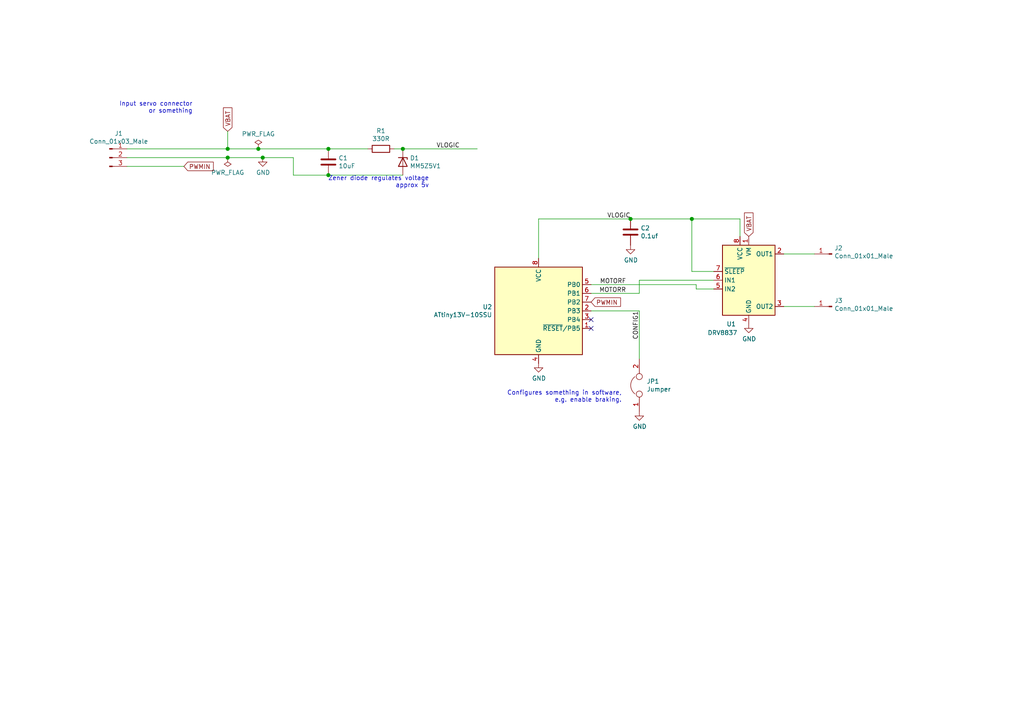
<source format=kicad_sch>
(kicad_sch (version 20200828) (generator eeschema)
  (page 1 1)
  (paper "A4")
  (lib_symbols
    (symbol "Connector:Conn_01x01_Male" (pin_names hide)
      (property "Reference" "J" (at 0 2.54 0))
      (property "Value" "Conn_01x01_Male" (at 0 -2.54 0))
      (symbol "Conn_01x01_Male_1_1"
        (rectangle (start 0.8636 0.127) (end 0 -0.127) (fill (type outline)))
        (polyline (pts (xy 1.27 0) (xy 0.8636 0)))
        (pin passive line (at 5.08 0 180) (length 3.81) (name "Pin_1") (number "1"))
      )
    )
    (symbol "Connector:Conn_01x03_Male" (pin_names (offset 1.016) hide)
      (property "Reference" "J" (at 0 5.08 0))
      (property "Value" "Conn_01x03_Male" (at 0 -5.08 0))
      (symbol "Conn_01x03_Male_1_1"
        (rectangle (start 0.8636 -2.413) (end 0 -2.667) (stroke (width 0.1524)) (fill (type outline)))
        (rectangle (start 0.8636 0.127) (end 0 -0.127) (stroke (width 0.1524)) (fill (type outline)))
        (rectangle (start 0.8636 2.667) (end 0 2.413) (stroke (width 0.1524)) (fill (type outline)))
        (polyline (pts (xy 1.27 -2.54) (xy 0.8636 -2.54)) (stroke (width 0.1524)))
        (polyline (pts (xy 1.27 0) (xy 0.8636 0)) (stroke (width 0.1524)))
        (polyline (pts (xy 1.27 2.54) (xy 0.8636 2.54)) (stroke (width 0.1524)))
        (pin passive line (at 5.08 2.54 180) (length 3.81) (name "Pin_1") (number "1"))
        (pin passive line (at 5.08 0 180) (length 3.81) (name "Pin_2") (number "2"))
        (pin passive line (at 5.08 -2.54 180) (length 3.81) (name "Pin_3") (number "3"))
      )
    )
    (symbol "Device:C" (pin_numbers hide) (pin_names (offset 0.254))
      (property "Reference" "C" (at 0.635 2.54 0))
      (property "Value" "C" (at 0.635 -2.54 0))
      (symbol "C_0_1"
        (polyline (pts (xy -2.032 -0.762) (xy 2.032 -0.762)) (stroke (width 0.508)))
        (polyline (pts (xy -2.032 0.762) (xy 2.032 0.762)) (stroke (width 0.508)))
      )
      (symbol "C_1_1"
        (pin passive line (at 0 3.81 270) (length 2.794) (name "~") (number "1"))
        (pin passive line (at 0 -3.81 90) (length 2.794) (name "~") (number "2"))
      )
    )
    (symbol "Device:C_1" (pin_numbers hide) (pin_names (offset 0.254))
      (property "Reference" "C" (at 0.635 2.54 0))
      (property "Value" "C" (at 0.635 -2.54 0))
      (symbol "C_1_0_1"
        (polyline (pts (xy -2.032 -0.762) (xy 2.032 -0.762)) (stroke (width 0.508)))
        (polyline (pts (xy -2.032 0.762) (xy 2.032 0.762)) (stroke (width 0.508)))
      )
      (symbol "C_1_1_1"
        (pin passive line (at 0 3.81 270) (length 2.794) (name "~") (number "1"))
        (pin passive line (at 0 -3.81 90) (length 2.794) (name "~") (number "2"))
      )
    )
    (symbol "Device:D_Zener" (pin_numbers hide) (pin_names (offset 1.016) hide)
      (property "Reference" "D" (at 0 2.54 0))
      (property "Value" "D_Zener" (at 0 -2.54 0))
      (symbol "D_Zener_0_1"
        (polyline (pts (xy 1.27 0) (xy -1.27 0)))
        (polyline (pts (xy -1.27 -1.27) (xy -1.27 1.27) (xy -0.762 1.27)) (stroke (width 0.254)))
        (polyline (pts (xy 1.27 -1.27) (xy 1.27 1.27) (xy -1.27 0) (xy 1.27 -1.27)) (stroke (width 0.254)))
      )
      (symbol "D_Zener_1_1"
        (pin passive line (at -3.81 0 0) (length 2.54) (name "K") (number "1"))
        (pin passive line (at 3.81 0 180) (length 2.54) (name "A") (number "2"))
      )
    )
    (symbol "Device:Jumper" (pin_names (offset 0.762) hide)
      (property "Reference" "JP" (at 0 3.81 0))
      (property "Value" "Jumper" (at 0 -2.032 0))
      (symbol "Jumper_0_1"
        (arc (start -2.4892 1.27) (end 2.5146 1.27) (radius (at 0 -0.6604) (length 3.175) (angles 142.6 37.3)))
        (circle (center -2.54 0) (radius 0.889))
        (circle (center 2.54 0) (radius 0.889))
        (pin passive line (at -7.62 0 0) (length 4.191) (name "1") (number "1"))
        (pin passive line (at 7.62 0 180) (length 4.191) (name "2") (number "2"))
      )
    )
    (symbol "Device:R" (pin_numbers hide) (pin_names (offset 0))
      (property "Reference" "R" (at 2.032 0 90))
      (property "Value" "R" (at 0 0 90))
      (symbol "R_0_1"
        (rectangle (start -1.016 -2.54) (end 1.016 2.54) (stroke (width 0.254)))
      )
      (symbol "R_1_1"
        (pin passive line (at 0 3.81 270) (length 1.27) (name "~") (number "1"))
        (pin passive line (at 0 -3.81 90) (length 1.27) (name "~") (number "2"))
      )
    )
    (symbol "Driver_Motor:DRV8837"
      (property "Reference" "U" (at 6.35 11.43 0))
      (property "Value" "DRV8837" (at -10.16 11.43 0))
      (symbol "DRV8837_0_1"
        (rectangle (start -7.62 10.16) (end 7.62 -10.16) (stroke (width 0.254)) (fill (type background)))
      )
      (symbol "DRV8837_1_1"
        (pin power_in line (at 0 12.7 270) (length 2.54) (name "VM") (number "1"))
        (pin output line (at 10.16 7.62 180) (length 2.54) (name "OUT1") (number "2"))
        (pin output line (at 10.16 -7.62 180) (length 2.54) (name "OUT2") (number "3"))
        (pin power_in line (at 0 -12.7 90) (length 2.54) (name "GND") (number "4"))
        (pin input line (at -10.16 -2.54 0) (length 2.54) (name "IN2") (number "5"))
        (pin input line (at -10.16 0 0) (length 2.54) (name "IN1") (number "6"))
        (pin input line (at -10.16 2.54 0) (length 2.54) (name "~SLEEP") (number "7"))
        (pin power_in line (at -2.54 12.7 270) (length 2.54) (name "VCC") (number "8"))
        (pin passive line (at 0 -12.7 90) (length 2.54) hide (name "GND") (number "9"))
      )
    )
    (symbol "MCU_Microchip_ATtiny:ATtiny13V-10SSU"
      (property "Reference" "U" (at -12.7 13.97 0))
      (property "Value" "ATtiny13V-10SSU" (at 2.54 -13.97 0))
      (symbol "ATtiny13V-10SSU_0_1"
        (rectangle (start -12.7 -12.7) (end 12.7 12.7) (stroke (width 0.254)) (fill (type background)))
      )
      (symbol "ATtiny13V-10SSU_1_1"
        (pin bidirectional line (at 15.24 -5.08 180) (length 2.54) (name "~RESET~/PB5") (number "1"))
        (pin bidirectional line (at 15.24 0 180) (length 2.54) (name "PB3") (number "2"))
        (pin bidirectional line (at 15.24 -2.54 180) (length 2.54) (name "PB4") (number "3"))
        (pin power_in line (at 0 -15.24 90) (length 2.54) (name "GND") (number "4"))
        (pin bidirectional line (at 15.24 7.62 180) (length 2.54) (name "PB0") (number "5"))
        (pin bidirectional line (at 15.24 5.08 180) (length 2.54) (name "PB1") (number "6"))
        (pin bidirectional line (at 15.24 2.54 180) (length 2.54) (name "PB2") (number "7"))
        (pin power_in line (at 0 15.24 270) (length 2.54) (name "VCC") (number "8"))
      )
    )
    (symbol "power:GND" (power) (pin_names (offset 0))
      (property "Value" "GND" (at 0 -3.81 0))
      (symbol "GND_0_1"
        (polyline (pts (xy 0 0) (xy 0 -1.27) (xy 1.27 -1.27) (xy 0 -2.54) (xy -1.27 -1.27) (xy 0 -1.27)))
      )
      (symbol "GND_1_1"
        (pin power_in line (at 0 0 270) (length 0) hide (name "GND") (number "1"))
      )
    )
    (symbol "power:PWR_FLAG" (power) (pin_numbers hide) (pin_names (offset 0) hide)
      (property "Value" "PWR_FLAG" (at 0 3.81 0))
      (symbol "PWR_FLAG_0_1"
        (polyline (pts (xy 0 0) (xy 0 1.27) (xy -1.016 1.905) (xy 0 2.54) (xy 1.016 1.905) (xy 0 1.27)))
      )
      (symbol "PWR_FLAG_0_0"
        (pin power_out line (at 0 0 90) (length 0) (name "pwr") (number "1"))
      )
    )
  )
  (junction (at 66.04 43.18) (diameter 1.016))
  (junction (at 66.04 45.72) (diameter 1.016))
  (junction (at 74.93 43.18) (diameter 1.016))
  (junction (at 76.2 45.72) (diameter 1.016))
  (junction (at 95.25 43.18) (diameter 1.016))
  (junction (at 95.25 50.8) (diameter 1.016))
  (junction (at 116.84 43.18) (diameter 1.016))
  (junction (at 182.88 63.5) (diameter 1.016))
  (junction (at 200.66 63.5) (diameter 1.016))
  (no_connect (at 171.45 92.71))
  (no_connect (at 171.45 95.25))
  (wire (pts (xy 36.83 43.18) (xy 66.04 43.18)))
  (wire (pts (xy 36.83 45.72) (xy 66.04 45.72)))
  (wire (pts (xy 36.83 48.26) (xy 53.34 48.26)))
  (wire (pts (xy 66.04 38.1) (xy 66.04 43.18)))
  (wire (pts (xy 66.04 43.18) (xy 74.93 43.18)))
  (wire (pts (xy 66.04 45.72) (xy 76.2 45.72)))
  (wire (pts (xy 74.93 43.18) (xy 95.25 43.18)))
  (wire (pts (xy 76.2 45.72) (xy 85.09 45.72)))
  (wire (pts (xy 85.09 45.72) (xy 85.09 50.8)))
  (wire (pts (xy 85.09 50.8) (xy 95.25 50.8)))
  (wire (pts (xy 95.25 43.18) (xy 106.68 43.18)))
  (wire (pts (xy 95.25 50.8) (xy 116.84 50.8)))
  (wire (pts (xy 114.3 43.18) (xy 116.84 43.18)))
  (wire (pts (xy 116.84 43.18) (xy 138.43 43.18)))
  (wire (pts (xy 156.21 63.5) (xy 182.88 63.5)))
  (wire (pts (xy 156.21 74.93) (xy 156.21 63.5)))
  (wire (pts (xy 171.45 82.55) (xy 201.93 82.55)))
  (wire (pts (xy 171.45 85.09) (xy 185.42 85.09)))
  (wire (pts (xy 171.45 90.17) (xy 185.42 90.17)))
  (wire (pts (xy 182.88 63.5) (xy 200.66 63.5)))
  (wire (pts (xy 185.42 81.28) (xy 185.42 85.09)))
  (wire (pts (xy 185.42 81.28) (xy 207.01 81.28)))
  (wire (pts (xy 185.42 90.17) (xy 185.42 104.14)))
  (wire (pts (xy 200.66 63.5) (xy 214.63 63.5)))
  (wire (pts (xy 200.66 78.74) (xy 200.66 63.5)))
  (wire (pts (xy 201.93 82.55) (xy 201.93 83.82)))
  (wire (pts (xy 201.93 83.82) (xy 207.01 83.82)))
  (wire (pts (xy 207.01 78.74) (xy 200.66 78.74)))
  (wire (pts (xy 214.63 63.5) (xy 214.63 68.58)))
  (wire (pts (xy 227.33 73.66) (xy 236.22 73.66)))
  (wire (pts (xy 227.33 88.9) (xy 236.22 88.9)))
  (text "Input servo connector\nor something" (at 55.88 33.02 180) (effects (font (size 1.27 1.27)) (justify right bottom)))
  (text "Zener diode regulates voltage\napprox 5v" (at 124.46 54.61 180) (effects (font (size 1.27 1.27)) (justify right bottom)))
  (text "Configures something in software,\ne.g. enable braking." (at 180.34 116.84 0) (effects (font (size 1.27 1.27)) (justify right bottom)))
  (label "VLOGIC" (at 133.35 43.18 180))
  (label "MOTORF" (at 181.61 82.55 180))
  (label "MOTORR" (at 181.61 85.09 180))
  (label "VLOGIC" (at 182.88 63.5 180))
  (label "CONFIG1" (at 185.42 90.17 270))
  (global_label "PWMIN" (shape input) (at 53.34 48.26 0))
  (global_label "VBAT" (shape input) (at 66.04 38.1 90))
  (global_label "PWMIN" (shape input) (at 171.45 87.63 0))
  (global_label "VBAT" (shape input) (at 217.17 68.58 90))
  (symbol (lib_id "power:PWR_FLAG") (at 66.04 45.72 180) (unit 1)
    (property "Reference" "#FLG0101" (effects hide))
    (property "Value" "PWR_FLAG" (at 66.04 50.0444 0))
  )
  (symbol (lib_id "power:PWR_FLAG") (at 74.93 43.18 0) (unit 1)
    (property "Reference" "#FLG0102" (effects hide))
    (property "Value" "PWR_FLAG" (at 74.93 38.8556 0))
  )
  (symbol (lib_id "power:GND") (at 76.2 45.72 0) (unit 1)
    (property "Reference" "#PWR0104" (effects hide))
    (property "Value" "GND" (at 76.3143 50.0444 0))
  )
  (symbol (lib_id "power:GND") (at 156.21 105.41 0) (unit 1)
    (property "Reference" "#PWR0101" (effects hide))
    (property "Value" "GND" (at 156.3243 109.7344 0))
  )
  (symbol (lib_id "power:GND") (at 182.88 71.12 0) (unit 1)
    (property "Reference" "#PWR0103" (effects hide))
    (property "Value" "GND" (at 182.9943 75.4444 0))
  )
  (symbol (lib_id "power:GND") (at 185.42 119.38 0) (unit 1)
    (property "Reference" "#PWR01" (effects hide))
    (property "Value" "GND" (at 185.5343 123.7044 0))
  )
  (symbol (lib_id "power:GND") (at 217.17 93.98 0) (unit 1)
    (property "Reference" "#PWR0102" (effects hide))
    (property "Value" "GND" (at 217.2843 98.3044 0))
  )
  (symbol (lib_id "Connector:Conn_01x01_Male") (at 241.3 73.66 180) (unit 1)
    (property "Reference" "J2" (at 242.0113 71.9518 0) (effects (justify right)))
    (property "Value" "Conn_01x01_Male" (at 242.0113 74.2505 0) (effects (justify right)))
    (property "Footprint" "motorback:motorpad" (effects hide))
  )
  (symbol (lib_id "Connector:Conn_01x01_Male") (at 241.3 88.9 180) (unit 1)
    (property "Reference" "J3" (at 242.0113 87.1918 0) (effects (justify right)))
    (property "Value" "Conn_01x01_Male" (at 242.0113 89.4905 0) (effects (justify right)))
    (property "Footprint" "motorback:motorpad" (effects hide))
  )
  (symbol (lib_id "Device:R") (at 110.49 43.18 90) (unit 1)
    (property "Reference" "R1" (at 110.49 37.9538 90))
    (property "Value" "330R" (at 110.49 40.252 90))
    (property "Footprint" "Resistor_SMD:R_0603_1608Metric" (effects hide))
    (property "LCSC" "C23138" (effects hide))
  )
  (symbol (lib_id "Device:D_Zener") (at 116.84 46.99 270) (unit 1)
    (property "Reference" "D1" (at 118.8721 45.8406 90) (effects (justify left)))
    (property "Value" "MM5Z5V1" (at 118.872 48.139 90) (effects (justify left)))
    (property "Footprint" "Diode_SMD:D_SOD-523" (effects hide))
    (property "LCSC" "C55848" (effects hide))
  )
  (symbol (lib_id "Device:C") (at 95.25 46.99 0) (unit 1)
    (property "Reference" "C1" (at 98.1711 45.8406 0) (effects (justify left)))
    (property "Value" "10uF" (at 98.1711 48.1393 0) (effects (justify left)))
    (property "Footprint" "Capacitor_SMD:C_0603_1608Metric" (effects hide))
    (property "LCSC" "C19702" (effects hide))
  )
  (symbol (lib_name "Device:C_1") (lib_id "Device:C") (at 182.88 67.31 0) (unit 1)
    (property "Reference" "C2" (at 185.8011 66.1606 0) (effects (justify left)))
    (property "Value" "0.1uf" (at 185.8011 68.4593 0) (effects (justify left)))
    (property "Footprint" "Capacitor_SMD:C_0603_1608Metric" (effects hide))
    (property "LCSC" "C14663" (effects hide))
  )
  (symbol (lib_id "Connector:Conn_01x03_Male") (at 31.75 45.72 0) (unit 1)
    (property "Reference" "J1" (at 34.4424 38.7158 0))
    (property "Value" "Conn_01x03_Male" (at 34.4424 41.0145 0))
    (property "Footprint" "Connector_JST:JST_SH_SM03B-SRSS-TB_1x03-1MP_P1.00mm_Horizontal" (effects hide))
  )
  (symbol (lib_id "Device:Jumper") (at 185.42 111.76 90) (unit 1)
    (property "Reference" "JP1" (at 187.5537 110.6106 90) (effects (justify right)))
    (property "Value" "Jumper" (at 187.5537 112.9093 90) (effects (justify right)))
    (property "Footprint" "Jumper:SolderJumper-2_P1.3mm_Bridged_Pad1.0x1.5mm" (effects hide))
  )
  (symbol (lib_id "Driver_Motor:DRV8837") (at 217.17 81.28 0) (unit 1)
    (property "Reference" "U1" (at 212.09 93.98 0))
    (property "Value" "DRV8837" (at 209.55 96.52 0))
    (property "Footprint" "motorback:drv8837_custom" (effects hide))
    (property "Datasheet" "http://www.ti.com/lit/ds/symlink/drv8837.pdf" (effects hide))
    (property "LCSC" "C39159" (effects hide))
  )
  (symbol (lib_id "MCU_Microchip_ATtiny:ATtiny13V-10SSU") (at 156.21 90.17 0) (unit 1)
    (property "Reference" "U2" (at 142.748 89.0206 0) (effects (justify right)))
    (property "Value" "ATtiny13V-10SSU" (at 142.748 91.3193 0) (effects (justify right)))
    (property "Footprint" "Package_SO:SOIC-8_3.9x4.9mm_P1.27mm" (effects hide))
    (property "Datasheet" "http://ww1.microchip.com/downloads/en/DeviceDoc/doc2535.pdf" (effects hide))
    (property "LCSC" "C40382" (effects hide))
  )
)
</source>
